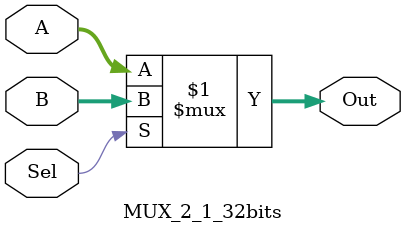
<source format=v>
`timescale 1ns / 1ps
module MUX_2_1_32bits(
    input [31:0] A,
    input [31:0] B,
    input Sel,
    output [31:0] Out
    );
	
	assign Out = Sel ? B : A;

endmodule

</source>
